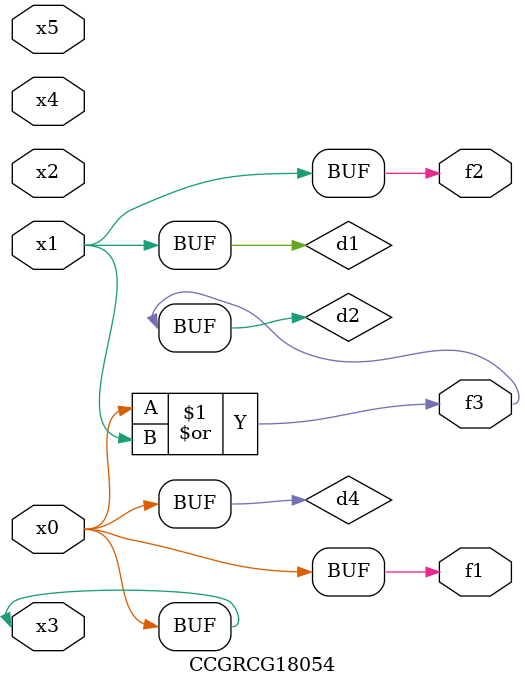
<source format=v>
module CCGRCG18054(
	input x0, x1, x2, x3, x4, x5,
	output f1, f2, f3
);

	wire d1, d2, d3, d4;

	and (d1, x1);
	or (d2, x0, x1);
	nand (d3, x0, x5);
	buf (d4, x0, x3);
	assign f1 = d4;
	assign f2 = d1;
	assign f3 = d2;
endmodule

</source>
